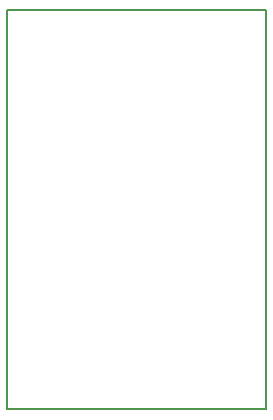
<source format=gbr>
%TF.GenerationSoftware,KiCad,Pcbnew,(5.1.6)-1*%
%TF.CreationDate,2021-04-01T07:08:55+01:00*%
%TF.ProjectId,xbeesxadapter,78626565-7378-4616-9461-707465722e6b,rev?*%
%TF.SameCoordinates,Original*%
%TF.FileFunction,Legend,Top*%
%TF.FilePolarity,Positive*%
%FSLAX46Y46*%
G04 Gerber Fmt 4.6, Leading zero omitted, Abs format (unit mm)*
G04 Created by KiCad (PCBNEW (5.1.6)-1) date 2021-04-01 07:08:55*
%MOMM*%
%LPD*%
G01*
G04 APERTURE LIST*
%ADD10C,0.127000*%
G04 APERTURE END LIST*
D10*
%TO.C,U1*%
X137750000Y-54780000D02*
X137750000Y-47080000D01*
X137750000Y-47080000D02*
X159650000Y-47080000D01*
X159650000Y-47080000D02*
X159650000Y-54780000D01*
X137750000Y-54780000D02*
X137750000Y-80860000D01*
X137750000Y-80860000D02*
X159650000Y-80860000D01*
X159650000Y-80860000D02*
X159650000Y-54780000D01*
%TD*%
M02*

</source>
